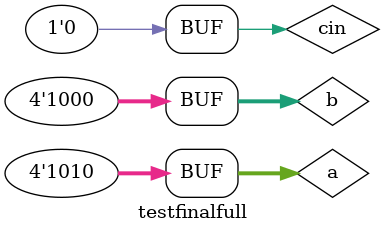
<source format=v>
`timescale 1ns / 1ps


module testfinalfull;

	// Inputs
	reg [3:0] a;
	reg [3:0] b;
	reg cin;

	// Outputs
	wire [3:0] s;
	wire cout;

	// Instantiate the Unit Under Test (UUT)
	finalFulladder uut (
		.a(a), 
		.b(b), 
		.cin(cin), 
		.s(s), 
		.cout(cout)
	);

	initial begin
		// Initialize Inputs
		a[0] =0;
		a[1] =1;
		a[2] =0;
		a[3] =1;
		
		b[0] = 0;
		b[1] = 0;
		b[2] = 0;
		b[3] = 1;
		cin = 0;

		

	end
      
endmodule


</source>
